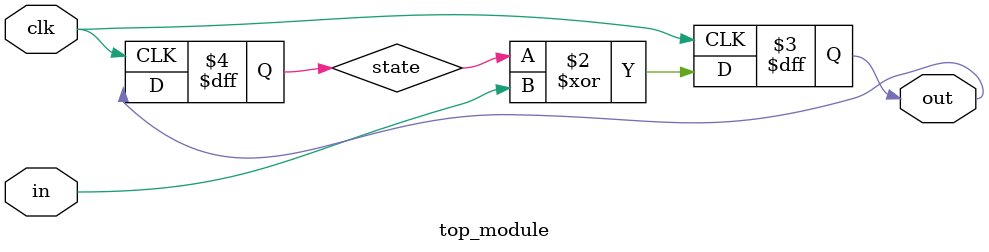
<source format=sv>
module top_module (
  input clk,
  input in,
  output logic out
);
// Define the flip-flop state variable
logic state;

// On posedge of clk, toggle the output
always_ff @(posedge clk) begin
  out <= state ^ in;
  state <= out;
end
endmodule

</source>
